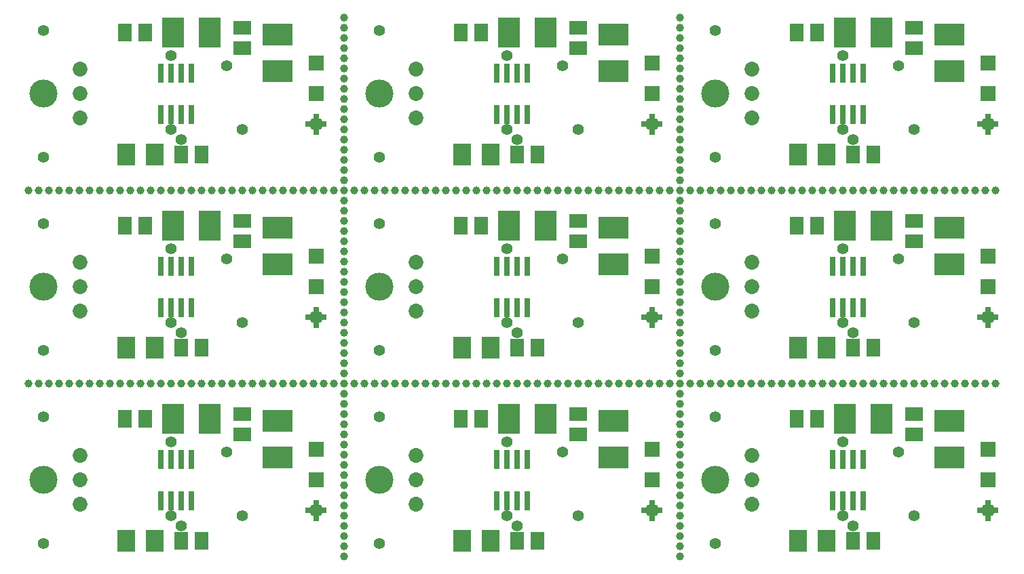
<source format=gbs>
G04 EAGLE Gerber RS-274X export*
G75*
%MOMM*%
%FSLAX34Y34*%
%LPD*%
%INSoldermask Bottom*%
%IPPOS*%
%AMOC8*
5,1,8,0,0,1.08239X$1,22.5*%
G01*
%ADD10R,0.635000X0.635000*%
%ADD11C,1.003200*%
%ADD12C,1.853200*%
%ADD13C,3.505200*%
%ADD14R,0.803200X2.403200*%
%ADD15R,1.727200X2.235200*%
%ADD16R,2.235200X2.743200*%
%ADD17R,3.759200X2.743200*%
%ADD18R,2.743200X3.759200*%
%ADD19R,2.235200X1.727200*%
%ADD20R,1.981200X1.981200*%
%ADD21C,1.703200*%
%ADD22C,1.409600*%


D10*
X377825Y85725D03*
X368300Y76200D03*
X377825Y66675D03*
X387350Y76200D03*
X377825Y327025D03*
X368300Y317500D03*
X377825Y307975D03*
X387350Y317500D03*
X377825Y568325D03*
X368300Y558800D03*
X377825Y549275D03*
X387350Y558800D03*
X796925Y568325D03*
X787400Y558800D03*
X796925Y549275D03*
X806450Y558800D03*
X796925Y327025D03*
X787400Y317500D03*
X796925Y307975D03*
X806450Y317500D03*
X796925Y85725D03*
X787400Y76200D03*
X796925Y66675D03*
X806450Y76200D03*
X1216025Y568325D03*
X1206500Y558800D03*
X1216025Y549275D03*
X1225550Y558800D03*
X1216025Y327025D03*
X1206500Y317500D03*
X1216025Y307975D03*
X1225550Y317500D03*
X1216025Y85725D03*
X1206500Y76200D03*
X1216025Y66675D03*
X1225550Y76200D03*
D11*
X19050Y234950D03*
X31750Y234950D03*
X44450Y234950D03*
X57150Y234950D03*
X69850Y234950D03*
X82550Y234950D03*
X95250Y234950D03*
X107950Y234950D03*
X120650Y234950D03*
X133350Y234950D03*
X146050Y234950D03*
X158750Y234950D03*
X171450Y234950D03*
X184150Y234950D03*
X196850Y234950D03*
X209550Y234950D03*
X222250Y234950D03*
X234950Y234950D03*
X247650Y234950D03*
X260350Y234950D03*
X273050Y234950D03*
X285750Y234950D03*
X298450Y234950D03*
X311150Y234950D03*
X323850Y234950D03*
X336550Y234950D03*
X349250Y234950D03*
X361950Y234950D03*
X374650Y234950D03*
X387350Y234950D03*
X400050Y234950D03*
X412750Y234950D03*
X425450Y234950D03*
X438150Y234950D03*
X450850Y234950D03*
X463550Y234950D03*
X476250Y234950D03*
X488950Y234950D03*
X501650Y234950D03*
X514350Y234950D03*
X527050Y234950D03*
X539750Y234950D03*
X552450Y234950D03*
X565150Y234950D03*
X577850Y234950D03*
X590550Y234950D03*
X603250Y234950D03*
X615950Y234950D03*
X628650Y234950D03*
X641350Y234950D03*
X654050Y234950D03*
X666750Y234950D03*
X679450Y234950D03*
X692150Y234950D03*
X704850Y234950D03*
X717550Y234950D03*
X730250Y234950D03*
X742950Y234950D03*
X755650Y234950D03*
X768350Y234950D03*
X781050Y234950D03*
X793750Y234950D03*
X806450Y234950D03*
X819150Y234950D03*
X831850Y234950D03*
X844550Y234950D03*
X857250Y234950D03*
X869950Y234950D03*
X882650Y234950D03*
X895350Y234950D03*
X908050Y234950D03*
X920750Y234950D03*
X933450Y234950D03*
X946150Y234950D03*
X958850Y234950D03*
X971550Y234950D03*
X984250Y234950D03*
X996950Y234950D03*
X1009650Y234950D03*
X1022350Y234950D03*
X1035050Y234950D03*
X1047750Y234950D03*
X1060450Y234950D03*
X1073150Y234950D03*
X1085850Y234950D03*
X1098550Y234950D03*
X1098550Y234950D03*
X1111250Y234950D03*
X1123950Y234950D03*
X1136650Y234950D03*
X1149350Y234950D03*
X1162050Y234950D03*
X1174750Y234950D03*
X1187450Y234950D03*
X1200150Y234950D03*
X1212850Y234950D03*
X1225550Y234950D03*
X19050Y476250D03*
X31750Y476250D03*
X44450Y476250D03*
X57150Y476250D03*
X69850Y476250D03*
X82550Y476250D03*
X95250Y476250D03*
X107950Y476250D03*
X120650Y476250D03*
X133350Y476250D03*
X146050Y476250D03*
X158750Y476250D03*
X171450Y476250D03*
X184150Y476250D03*
X196850Y476250D03*
X209550Y476250D03*
X222250Y476250D03*
X234950Y476250D03*
X247650Y476250D03*
X260350Y476250D03*
X273050Y476250D03*
X285750Y476250D03*
X298450Y476250D03*
X311150Y476250D03*
X323850Y476250D03*
X336550Y476250D03*
X349250Y476250D03*
X361950Y476250D03*
X374650Y476250D03*
X387350Y476250D03*
X400050Y476250D03*
X412750Y476250D03*
X425450Y476250D03*
X438150Y476250D03*
X450850Y476250D03*
X463550Y476250D03*
X476250Y476250D03*
X488950Y476250D03*
X501650Y476250D03*
X514350Y476250D03*
X527050Y476250D03*
X539750Y476250D03*
X552450Y476250D03*
X565150Y476250D03*
X577850Y476250D03*
X590550Y476250D03*
X603250Y476250D03*
X615950Y476250D03*
X628650Y476250D03*
X641350Y476250D03*
X654050Y476250D03*
X666750Y476250D03*
X679450Y476250D03*
X692150Y476250D03*
X704850Y476250D03*
X717550Y476250D03*
X730250Y476250D03*
X742950Y476250D03*
X755650Y476250D03*
X768350Y476250D03*
X781050Y476250D03*
X793750Y476250D03*
X806450Y476250D03*
X819150Y476250D03*
X831850Y476250D03*
X844550Y476250D03*
X857250Y476250D03*
X869950Y476250D03*
X882650Y476250D03*
X895350Y476250D03*
X908050Y476250D03*
X920750Y476250D03*
X933450Y476250D03*
X946150Y476250D03*
X958850Y476250D03*
X971550Y476250D03*
X984250Y476250D03*
X996950Y476250D03*
X1009650Y476250D03*
X1022350Y476250D03*
X1035050Y476250D03*
X1047750Y476250D03*
X1060450Y476250D03*
X1073150Y476250D03*
X1085850Y476250D03*
X1098550Y476250D03*
X1098550Y476250D03*
X1111250Y476250D03*
X1123950Y476250D03*
X1136650Y476250D03*
X1149350Y476250D03*
X1162050Y476250D03*
X1174750Y476250D03*
X1187450Y476250D03*
X1200150Y476250D03*
X1212850Y476250D03*
X1225550Y476250D03*
X412750Y692150D03*
X412750Y679450D03*
X412750Y666750D03*
X412750Y654050D03*
X412750Y641350D03*
X412750Y628650D03*
X412750Y615950D03*
X412750Y603250D03*
X412750Y590550D03*
X412750Y577850D03*
X412750Y565150D03*
X412750Y552450D03*
X412750Y539750D03*
X412750Y527050D03*
X412750Y514350D03*
X412750Y501650D03*
X412750Y488950D03*
X412750Y463550D03*
X412750Y450850D03*
X412750Y438150D03*
X412750Y425450D03*
X412750Y412750D03*
X412750Y400050D03*
X412750Y387350D03*
X412750Y374650D03*
X412750Y361950D03*
X412750Y349250D03*
X412750Y336550D03*
X412750Y323850D03*
X412750Y311150D03*
X412750Y298450D03*
X412750Y285750D03*
X412750Y273050D03*
X412750Y260350D03*
X412750Y247650D03*
X412750Y222250D03*
X412750Y209550D03*
X412750Y196850D03*
X412750Y184150D03*
X412750Y171450D03*
X412750Y158750D03*
X412750Y146050D03*
X412750Y133350D03*
X412750Y120650D03*
X412750Y107950D03*
X412750Y95250D03*
X412750Y82550D03*
X412750Y69850D03*
X412750Y57150D03*
X412750Y44450D03*
X412750Y31750D03*
X412750Y19050D03*
X831850Y692150D03*
X831850Y679450D03*
X831850Y666750D03*
X831850Y654050D03*
X831850Y641350D03*
X831850Y628650D03*
X831850Y615950D03*
X831850Y603250D03*
X831850Y590550D03*
X831850Y577850D03*
X831850Y565150D03*
X831850Y552450D03*
X831850Y539750D03*
X831850Y527050D03*
X831850Y514350D03*
X831850Y501650D03*
X831850Y488950D03*
X831850Y463550D03*
X831850Y450850D03*
X831850Y438150D03*
X831850Y425450D03*
X831850Y412750D03*
X831850Y400050D03*
X831850Y387350D03*
X831850Y374650D03*
X831850Y361950D03*
X831850Y349250D03*
X831850Y336550D03*
X831850Y323850D03*
X831850Y311150D03*
X831850Y298450D03*
X831850Y285750D03*
X831850Y273050D03*
X831850Y260350D03*
X831850Y247650D03*
X831850Y222250D03*
X831850Y209550D03*
X831850Y196850D03*
X831850Y184150D03*
X831850Y171450D03*
X831850Y158750D03*
X831850Y146050D03*
X831850Y133350D03*
X831850Y120650D03*
X831850Y107950D03*
X831850Y95250D03*
X831850Y82550D03*
X831850Y69850D03*
X831850Y57150D03*
X831850Y44450D03*
X831850Y31750D03*
X831850Y19050D03*
D12*
X83820Y114300D03*
X83820Y144780D03*
X83820Y83820D03*
D13*
X38100Y114300D03*
D14*
X209550Y88300D03*
X209550Y140300D03*
X222250Y88300D03*
X196850Y88300D03*
X184150Y88300D03*
X222250Y140300D03*
X196850Y140300D03*
X184150Y140300D03*
D15*
X234950Y38100D03*
X209550Y38100D03*
D16*
X140970Y38100D03*
X176530Y38100D03*
D17*
X330200Y142240D03*
X330200Y187960D03*
D18*
X199390Y190500D03*
X245110Y190500D03*
D15*
X165100Y190500D03*
X139700Y190500D03*
D19*
X285750Y171450D03*
X285750Y196850D03*
D20*
X377825Y152400D03*
X377825Y114300D03*
D12*
X83820Y355600D03*
X83820Y386080D03*
X83820Y325120D03*
D13*
X38100Y355600D03*
D14*
X209550Y329600D03*
X209550Y381600D03*
X222250Y329600D03*
X196850Y329600D03*
X184150Y329600D03*
X222250Y381600D03*
X196850Y381600D03*
X184150Y381600D03*
D15*
X234950Y279400D03*
X209550Y279400D03*
D16*
X140970Y279400D03*
X176530Y279400D03*
D17*
X330200Y383540D03*
X330200Y429260D03*
D18*
X199390Y431800D03*
X245110Y431800D03*
D15*
X165100Y431800D03*
X139700Y431800D03*
D19*
X285750Y412750D03*
X285750Y438150D03*
D20*
X377825Y393700D03*
X377825Y355600D03*
D12*
X83820Y596900D03*
X83820Y627380D03*
X83820Y566420D03*
D13*
X38100Y596900D03*
D14*
X209550Y570900D03*
X209550Y622900D03*
X222250Y570900D03*
X196850Y570900D03*
X184150Y570900D03*
X222250Y622900D03*
X196850Y622900D03*
X184150Y622900D03*
D15*
X234950Y520700D03*
X209550Y520700D03*
D16*
X140970Y520700D03*
X176530Y520700D03*
D17*
X330200Y624840D03*
X330200Y670560D03*
D18*
X199390Y673100D03*
X245110Y673100D03*
D15*
X165100Y673100D03*
X139700Y673100D03*
D19*
X285750Y654050D03*
X285750Y679450D03*
D20*
X377825Y635000D03*
X377825Y596900D03*
D12*
X502920Y596900D03*
X502920Y627380D03*
X502920Y566420D03*
D13*
X457200Y596900D03*
D14*
X628650Y570900D03*
X628650Y622900D03*
X641350Y570900D03*
X615950Y570900D03*
X603250Y570900D03*
X641350Y622900D03*
X615950Y622900D03*
X603250Y622900D03*
D15*
X654050Y520700D03*
X628650Y520700D03*
D16*
X560070Y520700D03*
X595630Y520700D03*
D17*
X749300Y624840D03*
X749300Y670560D03*
D18*
X618490Y673100D03*
X664210Y673100D03*
D15*
X584200Y673100D03*
X558800Y673100D03*
D19*
X704850Y654050D03*
X704850Y679450D03*
D20*
X796925Y635000D03*
X796925Y596900D03*
D12*
X502920Y355600D03*
X502920Y386080D03*
X502920Y325120D03*
D13*
X457200Y355600D03*
D14*
X628650Y329600D03*
X628650Y381600D03*
X641350Y329600D03*
X615950Y329600D03*
X603250Y329600D03*
X641350Y381600D03*
X615950Y381600D03*
X603250Y381600D03*
D15*
X654050Y279400D03*
X628650Y279400D03*
D16*
X560070Y279400D03*
X595630Y279400D03*
D17*
X749300Y383540D03*
X749300Y429260D03*
D18*
X618490Y431800D03*
X664210Y431800D03*
D15*
X584200Y431800D03*
X558800Y431800D03*
D19*
X704850Y412750D03*
X704850Y438150D03*
D20*
X796925Y393700D03*
X796925Y355600D03*
D12*
X502920Y114300D03*
X502920Y144780D03*
X502920Y83820D03*
D13*
X457200Y114300D03*
D14*
X628650Y88300D03*
X628650Y140300D03*
X641350Y88300D03*
X615950Y88300D03*
X603250Y88300D03*
X641350Y140300D03*
X615950Y140300D03*
X603250Y140300D03*
D15*
X654050Y38100D03*
X628650Y38100D03*
D16*
X560070Y38100D03*
X595630Y38100D03*
D17*
X749300Y142240D03*
X749300Y187960D03*
D18*
X618490Y190500D03*
X664210Y190500D03*
D15*
X584200Y190500D03*
X558800Y190500D03*
D19*
X704850Y171450D03*
X704850Y196850D03*
D20*
X796925Y152400D03*
X796925Y114300D03*
D12*
X922020Y596900D03*
X922020Y627380D03*
X922020Y566420D03*
D13*
X876300Y596900D03*
D14*
X1047750Y570900D03*
X1047750Y622900D03*
X1060450Y570900D03*
X1035050Y570900D03*
X1022350Y570900D03*
X1060450Y622900D03*
X1035050Y622900D03*
X1022350Y622900D03*
D15*
X1073150Y520700D03*
X1047750Y520700D03*
D16*
X979170Y520700D03*
X1014730Y520700D03*
D17*
X1168400Y624840D03*
X1168400Y670560D03*
D18*
X1037590Y673100D03*
X1083310Y673100D03*
D15*
X1003300Y673100D03*
X977900Y673100D03*
D19*
X1123950Y654050D03*
X1123950Y679450D03*
D20*
X1216025Y635000D03*
X1216025Y596900D03*
D12*
X922020Y355600D03*
X922020Y386080D03*
X922020Y325120D03*
D13*
X876300Y355600D03*
D14*
X1047750Y329600D03*
X1047750Y381600D03*
X1060450Y329600D03*
X1035050Y329600D03*
X1022350Y329600D03*
X1060450Y381600D03*
X1035050Y381600D03*
X1022350Y381600D03*
D15*
X1073150Y279400D03*
X1047750Y279400D03*
D16*
X979170Y279400D03*
X1014730Y279400D03*
D17*
X1168400Y383540D03*
X1168400Y429260D03*
D18*
X1037590Y431800D03*
X1083310Y431800D03*
D15*
X1003300Y431800D03*
X977900Y431800D03*
D19*
X1123950Y412750D03*
X1123950Y438150D03*
D20*
X1216025Y393700D03*
X1216025Y355600D03*
D12*
X922020Y114300D03*
X922020Y144780D03*
X922020Y83820D03*
D13*
X876300Y114300D03*
D14*
X1047750Y88300D03*
X1047750Y140300D03*
X1060450Y88300D03*
X1035050Y88300D03*
X1022350Y88300D03*
X1060450Y140300D03*
X1035050Y140300D03*
X1022350Y140300D03*
D15*
X1073150Y38100D03*
X1047750Y38100D03*
D16*
X979170Y38100D03*
X1014730Y38100D03*
D17*
X1168400Y142240D03*
X1168400Y187960D03*
D18*
X1037590Y190500D03*
X1083310Y190500D03*
D15*
X1003300Y190500D03*
X977900Y190500D03*
D19*
X1123950Y171450D03*
X1123950Y196850D03*
D20*
X1216025Y152400D03*
X1216025Y114300D03*
D21*
X377825Y114300D03*
X377825Y152400D03*
D22*
X209550Y57150D03*
X196850Y161925D03*
D21*
X377825Y76200D03*
D22*
X196850Y69850D03*
X285750Y69850D03*
X38100Y193675D03*
X38100Y34925D03*
X266700Y149225D03*
D21*
X377825Y355600D03*
X377825Y393700D03*
D22*
X209550Y298450D03*
X196850Y403225D03*
D21*
X377825Y317500D03*
D22*
X196850Y311150D03*
X285750Y311150D03*
X38100Y434975D03*
X38100Y276225D03*
X266700Y390525D03*
D21*
X377825Y596900D03*
X377825Y635000D03*
D22*
X209550Y539750D03*
X196850Y644525D03*
D21*
X377825Y558800D03*
D22*
X196850Y552450D03*
X285750Y552450D03*
X38100Y676275D03*
X38100Y517525D03*
X266700Y631825D03*
D21*
X796925Y596900D03*
X796925Y635000D03*
D22*
X628650Y539750D03*
X615950Y644525D03*
D21*
X796925Y558800D03*
D22*
X615950Y552450D03*
X704850Y552450D03*
X457200Y676275D03*
X457200Y517525D03*
X685800Y631825D03*
D21*
X796925Y355600D03*
X796925Y393700D03*
D22*
X628650Y298450D03*
X615950Y403225D03*
D21*
X796925Y317500D03*
D22*
X615950Y311150D03*
X704850Y311150D03*
X457200Y434975D03*
X457200Y276225D03*
X685800Y390525D03*
D21*
X796925Y114300D03*
X796925Y152400D03*
D22*
X628650Y57150D03*
X615950Y161925D03*
D21*
X796925Y76200D03*
D22*
X615950Y69850D03*
X704850Y69850D03*
X457200Y193675D03*
X457200Y34925D03*
X685800Y149225D03*
D21*
X1216025Y596900D03*
X1216025Y635000D03*
D22*
X1047750Y539750D03*
X1035050Y644525D03*
D21*
X1216025Y558800D03*
D22*
X1035050Y552450D03*
X1123950Y552450D03*
X876300Y676275D03*
X876300Y517525D03*
X1104900Y631825D03*
D21*
X1216025Y355600D03*
X1216025Y393700D03*
D22*
X1047750Y298450D03*
X1035050Y403225D03*
D21*
X1216025Y317500D03*
D22*
X1035050Y311150D03*
X1123950Y311150D03*
X876300Y434975D03*
X876300Y276225D03*
X1104900Y390525D03*
D21*
X1216025Y114300D03*
X1216025Y152400D03*
D22*
X1047750Y57150D03*
X1035050Y161925D03*
D21*
X1216025Y76200D03*
D22*
X1035050Y69850D03*
X1123950Y69850D03*
X876300Y193675D03*
X876300Y34925D03*
X1104900Y149225D03*
M02*

</source>
